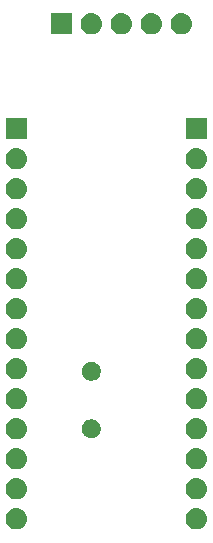
<source format=gbr>
G04 #@! TF.GenerationSoftware,KiCad,Pcbnew,(5.1.0)-1*
G04 #@! TF.CreationDate,2019-09-25T15:25:55+02:00*
G04 #@! TF.ProjectId,atmega328P-flasher,61746d65-6761-4333-9238-502d666c6173,rev?*
G04 #@! TF.SameCoordinates,Original*
G04 #@! TF.FileFunction,Soldermask,Bot*
G04 #@! TF.FilePolarity,Negative*
%FSLAX46Y46*%
G04 Gerber Fmt 4.6, Leading zero omitted, Abs format (unit mm)*
G04 Created by KiCad (PCBNEW (5.1.0)-1) date 2019-09-25 15:25:55*
%MOMM*%
%LPD*%
G04 APERTURE LIST*
%ADD10C,0.100000*%
G04 APERTURE END LIST*
D10*
G36*
X132190442Y-110865518D02*
G01*
X132256627Y-110872037D01*
X132426466Y-110923557D01*
X132582991Y-111007222D01*
X132618729Y-111036552D01*
X132720186Y-111119814D01*
X132803448Y-111221271D01*
X132832778Y-111257009D01*
X132916443Y-111413534D01*
X132967963Y-111583373D01*
X132985359Y-111760000D01*
X132967963Y-111936627D01*
X132916443Y-112106466D01*
X132832778Y-112262991D01*
X132803448Y-112298729D01*
X132720186Y-112400186D01*
X132618729Y-112483448D01*
X132582991Y-112512778D01*
X132426466Y-112596443D01*
X132256627Y-112647963D01*
X132190442Y-112654482D01*
X132124260Y-112661000D01*
X132035740Y-112661000D01*
X131969558Y-112654482D01*
X131903373Y-112647963D01*
X131733534Y-112596443D01*
X131577009Y-112512778D01*
X131541271Y-112483448D01*
X131439814Y-112400186D01*
X131356552Y-112298729D01*
X131327222Y-112262991D01*
X131243557Y-112106466D01*
X131192037Y-111936627D01*
X131174641Y-111760000D01*
X131192037Y-111583373D01*
X131243557Y-111413534D01*
X131327222Y-111257009D01*
X131356552Y-111221271D01*
X131439814Y-111119814D01*
X131541271Y-111036552D01*
X131577009Y-111007222D01*
X131733534Y-110923557D01*
X131903373Y-110872037D01*
X131969558Y-110865518D01*
X132035740Y-110859000D01*
X132124260Y-110859000D01*
X132190442Y-110865518D01*
X132190442Y-110865518D01*
G37*
G36*
X116950442Y-110865518D02*
G01*
X117016627Y-110872037D01*
X117186466Y-110923557D01*
X117342991Y-111007222D01*
X117378729Y-111036552D01*
X117480186Y-111119814D01*
X117563448Y-111221271D01*
X117592778Y-111257009D01*
X117676443Y-111413534D01*
X117727963Y-111583373D01*
X117745359Y-111760000D01*
X117727963Y-111936627D01*
X117676443Y-112106466D01*
X117592778Y-112262991D01*
X117563448Y-112298729D01*
X117480186Y-112400186D01*
X117378729Y-112483448D01*
X117342991Y-112512778D01*
X117186466Y-112596443D01*
X117016627Y-112647963D01*
X116950442Y-112654482D01*
X116884260Y-112661000D01*
X116795740Y-112661000D01*
X116729558Y-112654482D01*
X116663373Y-112647963D01*
X116493534Y-112596443D01*
X116337009Y-112512778D01*
X116301271Y-112483448D01*
X116199814Y-112400186D01*
X116116552Y-112298729D01*
X116087222Y-112262991D01*
X116003557Y-112106466D01*
X115952037Y-111936627D01*
X115934641Y-111760000D01*
X115952037Y-111583373D01*
X116003557Y-111413534D01*
X116087222Y-111257009D01*
X116116552Y-111221271D01*
X116199814Y-111119814D01*
X116301271Y-111036552D01*
X116337009Y-111007222D01*
X116493534Y-110923557D01*
X116663373Y-110872037D01*
X116729558Y-110865518D01*
X116795740Y-110859000D01*
X116884260Y-110859000D01*
X116950442Y-110865518D01*
X116950442Y-110865518D01*
G37*
G36*
X116950443Y-108325519D02*
G01*
X117016627Y-108332037D01*
X117186466Y-108383557D01*
X117342991Y-108467222D01*
X117378729Y-108496552D01*
X117480186Y-108579814D01*
X117563448Y-108681271D01*
X117592778Y-108717009D01*
X117676443Y-108873534D01*
X117727963Y-109043373D01*
X117745359Y-109220000D01*
X117727963Y-109396627D01*
X117676443Y-109566466D01*
X117592778Y-109722991D01*
X117563448Y-109758729D01*
X117480186Y-109860186D01*
X117378729Y-109943448D01*
X117342991Y-109972778D01*
X117186466Y-110056443D01*
X117016627Y-110107963D01*
X116950443Y-110114481D01*
X116884260Y-110121000D01*
X116795740Y-110121000D01*
X116729557Y-110114481D01*
X116663373Y-110107963D01*
X116493534Y-110056443D01*
X116337009Y-109972778D01*
X116301271Y-109943448D01*
X116199814Y-109860186D01*
X116116552Y-109758729D01*
X116087222Y-109722991D01*
X116003557Y-109566466D01*
X115952037Y-109396627D01*
X115934641Y-109220000D01*
X115952037Y-109043373D01*
X116003557Y-108873534D01*
X116087222Y-108717009D01*
X116116552Y-108681271D01*
X116199814Y-108579814D01*
X116301271Y-108496552D01*
X116337009Y-108467222D01*
X116493534Y-108383557D01*
X116663373Y-108332037D01*
X116729557Y-108325519D01*
X116795740Y-108319000D01*
X116884260Y-108319000D01*
X116950443Y-108325519D01*
X116950443Y-108325519D01*
G37*
G36*
X132190443Y-108325519D02*
G01*
X132256627Y-108332037D01*
X132426466Y-108383557D01*
X132582991Y-108467222D01*
X132618729Y-108496552D01*
X132720186Y-108579814D01*
X132803448Y-108681271D01*
X132832778Y-108717009D01*
X132916443Y-108873534D01*
X132967963Y-109043373D01*
X132985359Y-109220000D01*
X132967963Y-109396627D01*
X132916443Y-109566466D01*
X132832778Y-109722991D01*
X132803448Y-109758729D01*
X132720186Y-109860186D01*
X132618729Y-109943448D01*
X132582991Y-109972778D01*
X132426466Y-110056443D01*
X132256627Y-110107963D01*
X132190443Y-110114481D01*
X132124260Y-110121000D01*
X132035740Y-110121000D01*
X131969557Y-110114481D01*
X131903373Y-110107963D01*
X131733534Y-110056443D01*
X131577009Y-109972778D01*
X131541271Y-109943448D01*
X131439814Y-109860186D01*
X131356552Y-109758729D01*
X131327222Y-109722991D01*
X131243557Y-109566466D01*
X131192037Y-109396627D01*
X131174641Y-109220000D01*
X131192037Y-109043373D01*
X131243557Y-108873534D01*
X131327222Y-108717009D01*
X131356552Y-108681271D01*
X131439814Y-108579814D01*
X131541271Y-108496552D01*
X131577009Y-108467222D01*
X131733534Y-108383557D01*
X131903373Y-108332037D01*
X131969557Y-108325519D01*
X132035740Y-108319000D01*
X132124260Y-108319000D01*
X132190443Y-108325519D01*
X132190443Y-108325519D01*
G37*
G36*
X132190443Y-105785519D02*
G01*
X132256627Y-105792037D01*
X132426466Y-105843557D01*
X132582991Y-105927222D01*
X132618729Y-105956552D01*
X132720186Y-106039814D01*
X132803448Y-106141271D01*
X132832778Y-106177009D01*
X132916443Y-106333534D01*
X132967963Y-106503373D01*
X132985359Y-106680000D01*
X132967963Y-106856627D01*
X132916443Y-107026466D01*
X132832778Y-107182991D01*
X132803448Y-107218729D01*
X132720186Y-107320186D01*
X132618729Y-107403448D01*
X132582991Y-107432778D01*
X132426466Y-107516443D01*
X132256627Y-107567963D01*
X132190443Y-107574481D01*
X132124260Y-107581000D01*
X132035740Y-107581000D01*
X131969557Y-107574481D01*
X131903373Y-107567963D01*
X131733534Y-107516443D01*
X131577009Y-107432778D01*
X131541271Y-107403448D01*
X131439814Y-107320186D01*
X131356552Y-107218729D01*
X131327222Y-107182991D01*
X131243557Y-107026466D01*
X131192037Y-106856627D01*
X131174641Y-106680000D01*
X131192037Y-106503373D01*
X131243557Y-106333534D01*
X131327222Y-106177009D01*
X131356552Y-106141271D01*
X131439814Y-106039814D01*
X131541271Y-105956552D01*
X131577009Y-105927222D01*
X131733534Y-105843557D01*
X131903373Y-105792037D01*
X131969557Y-105785519D01*
X132035740Y-105779000D01*
X132124260Y-105779000D01*
X132190443Y-105785519D01*
X132190443Y-105785519D01*
G37*
G36*
X116950443Y-105785519D02*
G01*
X117016627Y-105792037D01*
X117186466Y-105843557D01*
X117342991Y-105927222D01*
X117378729Y-105956552D01*
X117480186Y-106039814D01*
X117563448Y-106141271D01*
X117592778Y-106177009D01*
X117676443Y-106333534D01*
X117727963Y-106503373D01*
X117745359Y-106680000D01*
X117727963Y-106856627D01*
X117676443Y-107026466D01*
X117592778Y-107182991D01*
X117563448Y-107218729D01*
X117480186Y-107320186D01*
X117378729Y-107403448D01*
X117342991Y-107432778D01*
X117186466Y-107516443D01*
X117016627Y-107567963D01*
X116950443Y-107574481D01*
X116884260Y-107581000D01*
X116795740Y-107581000D01*
X116729557Y-107574481D01*
X116663373Y-107567963D01*
X116493534Y-107516443D01*
X116337009Y-107432778D01*
X116301271Y-107403448D01*
X116199814Y-107320186D01*
X116116552Y-107218729D01*
X116087222Y-107182991D01*
X116003557Y-107026466D01*
X115952037Y-106856627D01*
X115934641Y-106680000D01*
X115952037Y-106503373D01*
X116003557Y-106333534D01*
X116087222Y-106177009D01*
X116116552Y-106141271D01*
X116199814Y-106039814D01*
X116301271Y-105956552D01*
X116337009Y-105927222D01*
X116493534Y-105843557D01*
X116663373Y-105792037D01*
X116729557Y-105785519D01*
X116795740Y-105779000D01*
X116884260Y-105779000D01*
X116950443Y-105785519D01*
X116950443Y-105785519D01*
G37*
G36*
X132190443Y-103245519D02*
G01*
X132256627Y-103252037D01*
X132426466Y-103303557D01*
X132582991Y-103387222D01*
X132618729Y-103416552D01*
X132720186Y-103499814D01*
X132803448Y-103601271D01*
X132832778Y-103637009D01*
X132916443Y-103793534D01*
X132967963Y-103963373D01*
X132985359Y-104140000D01*
X132967963Y-104316627D01*
X132916443Y-104486466D01*
X132832778Y-104642991D01*
X132803448Y-104678729D01*
X132720186Y-104780186D01*
X132618729Y-104863448D01*
X132582991Y-104892778D01*
X132426466Y-104976443D01*
X132256627Y-105027963D01*
X132190442Y-105034482D01*
X132124260Y-105041000D01*
X132035740Y-105041000D01*
X131969557Y-105034481D01*
X131903373Y-105027963D01*
X131733534Y-104976443D01*
X131577009Y-104892778D01*
X131541271Y-104863448D01*
X131439814Y-104780186D01*
X131356552Y-104678729D01*
X131327222Y-104642991D01*
X131243557Y-104486466D01*
X131192037Y-104316627D01*
X131174641Y-104140000D01*
X131192037Y-103963373D01*
X131243557Y-103793534D01*
X131327222Y-103637009D01*
X131356552Y-103601271D01*
X131439814Y-103499814D01*
X131541271Y-103416552D01*
X131577009Y-103387222D01*
X131733534Y-103303557D01*
X131903373Y-103252037D01*
X131969558Y-103245518D01*
X132035740Y-103239000D01*
X132124260Y-103239000D01*
X132190443Y-103245519D01*
X132190443Y-103245519D01*
G37*
G36*
X116950443Y-103245519D02*
G01*
X117016627Y-103252037D01*
X117186466Y-103303557D01*
X117342991Y-103387222D01*
X117378729Y-103416552D01*
X117480186Y-103499814D01*
X117563448Y-103601271D01*
X117592778Y-103637009D01*
X117676443Y-103793534D01*
X117727963Y-103963373D01*
X117745359Y-104140000D01*
X117727963Y-104316627D01*
X117676443Y-104486466D01*
X117592778Y-104642991D01*
X117563448Y-104678729D01*
X117480186Y-104780186D01*
X117378729Y-104863448D01*
X117342991Y-104892778D01*
X117186466Y-104976443D01*
X117016627Y-105027963D01*
X116950442Y-105034482D01*
X116884260Y-105041000D01*
X116795740Y-105041000D01*
X116729557Y-105034481D01*
X116663373Y-105027963D01*
X116493534Y-104976443D01*
X116337009Y-104892778D01*
X116301271Y-104863448D01*
X116199814Y-104780186D01*
X116116552Y-104678729D01*
X116087222Y-104642991D01*
X116003557Y-104486466D01*
X115952037Y-104316627D01*
X115934641Y-104140000D01*
X115952037Y-103963373D01*
X116003557Y-103793534D01*
X116087222Y-103637009D01*
X116116552Y-103601271D01*
X116199814Y-103499814D01*
X116301271Y-103416552D01*
X116337009Y-103387222D01*
X116493534Y-103303557D01*
X116663373Y-103252037D01*
X116729558Y-103245518D01*
X116795740Y-103239000D01*
X116884260Y-103239000D01*
X116950443Y-103245519D01*
X116950443Y-103245519D01*
G37*
G36*
X123423642Y-103369781D02*
G01*
X123569414Y-103430162D01*
X123569416Y-103430163D01*
X123700608Y-103517822D01*
X123812178Y-103629392D01*
X123899837Y-103760584D01*
X123899838Y-103760586D01*
X123960219Y-103906358D01*
X123991000Y-104061107D01*
X123991000Y-104218893D01*
X123960219Y-104373642D01*
X123899838Y-104519414D01*
X123899837Y-104519416D01*
X123812178Y-104650608D01*
X123700608Y-104762178D01*
X123569416Y-104849837D01*
X123569415Y-104849838D01*
X123569414Y-104849838D01*
X123423642Y-104910219D01*
X123268893Y-104941000D01*
X123111107Y-104941000D01*
X122956358Y-104910219D01*
X122810586Y-104849838D01*
X122810585Y-104849838D01*
X122810584Y-104849837D01*
X122679392Y-104762178D01*
X122567822Y-104650608D01*
X122480163Y-104519416D01*
X122480162Y-104519414D01*
X122419781Y-104373642D01*
X122389000Y-104218893D01*
X122389000Y-104061107D01*
X122419781Y-103906358D01*
X122480162Y-103760586D01*
X122480163Y-103760584D01*
X122567822Y-103629392D01*
X122679392Y-103517822D01*
X122810584Y-103430163D01*
X122810586Y-103430162D01*
X122956358Y-103369781D01*
X123111107Y-103339000D01*
X123268893Y-103339000D01*
X123423642Y-103369781D01*
X123423642Y-103369781D01*
G37*
G36*
X132190443Y-100705519D02*
G01*
X132256627Y-100712037D01*
X132426466Y-100763557D01*
X132582991Y-100847222D01*
X132618729Y-100876552D01*
X132720186Y-100959814D01*
X132803448Y-101061271D01*
X132832778Y-101097009D01*
X132916443Y-101253534D01*
X132967963Y-101423373D01*
X132985359Y-101600000D01*
X132967963Y-101776627D01*
X132916443Y-101946466D01*
X132832778Y-102102991D01*
X132803448Y-102138729D01*
X132720186Y-102240186D01*
X132618729Y-102323448D01*
X132582991Y-102352778D01*
X132426466Y-102436443D01*
X132256627Y-102487963D01*
X132190442Y-102494482D01*
X132124260Y-102501000D01*
X132035740Y-102501000D01*
X131969558Y-102494482D01*
X131903373Y-102487963D01*
X131733534Y-102436443D01*
X131577009Y-102352778D01*
X131541271Y-102323448D01*
X131439814Y-102240186D01*
X131356552Y-102138729D01*
X131327222Y-102102991D01*
X131243557Y-101946466D01*
X131192037Y-101776627D01*
X131174641Y-101600000D01*
X131192037Y-101423373D01*
X131243557Y-101253534D01*
X131327222Y-101097009D01*
X131356552Y-101061271D01*
X131439814Y-100959814D01*
X131541271Y-100876552D01*
X131577009Y-100847222D01*
X131733534Y-100763557D01*
X131903373Y-100712037D01*
X131969557Y-100705519D01*
X132035740Y-100699000D01*
X132124260Y-100699000D01*
X132190443Y-100705519D01*
X132190443Y-100705519D01*
G37*
G36*
X116950443Y-100705519D02*
G01*
X117016627Y-100712037D01*
X117186466Y-100763557D01*
X117342991Y-100847222D01*
X117378729Y-100876552D01*
X117480186Y-100959814D01*
X117563448Y-101061271D01*
X117592778Y-101097009D01*
X117676443Y-101253534D01*
X117727963Y-101423373D01*
X117745359Y-101600000D01*
X117727963Y-101776627D01*
X117676443Y-101946466D01*
X117592778Y-102102991D01*
X117563448Y-102138729D01*
X117480186Y-102240186D01*
X117378729Y-102323448D01*
X117342991Y-102352778D01*
X117186466Y-102436443D01*
X117016627Y-102487963D01*
X116950442Y-102494482D01*
X116884260Y-102501000D01*
X116795740Y-102501000D01*
X116729558Y-102494482D01*
X116663373Y-102487963D01*
X116493534Y-102436443D01*
X116337009Y-102352778D01*
X116301271Y-102323448D01*
X116199814Y-102240186D01*
X116116552Y-102138729D01*
X116087222Y-102102991D01*
X116003557Y-101946466D01*
X115952037Y-101776627D01*
X115934641Y-101600000D01*
X115952037Y-101423373D01*
X116003557Y-101253534D01*
X116087222Y-101097009D01*
X116116552Y-101061271D01*
X116199814Y-100959814D01*
X116301271Y-100876552D01*
X116337009Y-100847222D01*
X116493534Y-100763557D01*
X116663373Y-100712037D01*
X116729557Y-100705519D01*
X116795740Y-100699000D01*
X116884260Y-100699000D01*
X116950443Y-100705519D01*
X116950443Y-100705519D01*
G37*
G36*
X123423642Y-98489781D02*
G01*
X123569414Y-98550162D01*
X123569416Y-98550163D01*
X123700608Y-98637822D01*
X123812178Y-98749392D01*
X123899837Y-98880584D01*
X123899838Y-98880586D01*
X123960219Y-99026358D01*
X123991000Y-99181107D01*
X123991000Y-99338893D01*
X123960219Y-99493642D01*
X123899838Y-99639414D01*
X123899837Y-99639416D01*
X123812178Y-99770608D01*
X123700608Y-99882178D01*
X123569416Y-99969837D01*
X123569415Y-99969838D01*
X123569414Y-99969838D01*
X123423642Y-100030219D01*
X123268893Y-100061000D01*
X123111107Y-100061000D01*
X122956358Y-100030219D01*
X122810586Y-99969838D01*
X122810585Y-99969838D01*
X122810584Y-99969837D01*
X122679392Y-99882178D01*
X122567822Y-99770608D01*
X122480163Y-99639416D01*
X122480162Y-99639414D01*
X122419781Y-99493642D01*
X122389000Y-99338893D01*
X122389000Y-99181107D01*
X122419781Y-99026358D01*
X122480162Y-98880586D01*
X122480163Y-98880584D01*
X122567822Y-98749392D01*
X122679392Y-98637822D01*
X122810584Y-98550163D01*
X122810586Y-98550162D01*
X122956358Y-98489781D01*
X123111107Y-98459000D01*
X123268893Y-98459000D01*
X123423642Y-98489781D01*
X123423642Y-98489781D01*
G37*
G36*
X132190443Y-98165519D02*
G01*
X132256627Y-98172037D01*
X132426466Y-98223557D01*
X132582991Y-98307222D01*
X132618729Y-98336552D01*
X132720186Y-98419814D01*
X132777606Y-98489782D01*
X132832778Y-98557009D01*
X132916443Y-98713534D01*
X132967963Y-98883373D01*
X132985359Y-99060000D01*
X132967963Y-99236627D01*
X132916443Y-99406466D01*
X132832778Y-99562991D01*
X132803448Y-99598729D01*
X132720186Y-99700186D01*
X132634376Y-99770607D01*
X132582991Y-99812778D01*
X132426466Y-99896443D01*
X132256627Y-99947963D01*
X132190443Y-99954481D01*
X132124260Y-99961000D01*
X132035740Y-99961000D01*
X131969557Y-99954481D01*
X131903373Y-99947963D01*
X131733534Y-99896443D01*
X131577009Y-99812778D01*
X131525624Y-99770607D01*
X131439814Y-99700186D01*
X131356552Y-99598729D01*
X131327222Y-99562991D01*
X131243557Y-99406466D01*
X131192037Y-99236627D01*
X131174641Y-99060000D01*
X131192037Y-98883373D01*
X131243557Y-98713534D01*
X131327222Y-98557009D01*
X131382394Y-98489782D01*
X131439814Y-98419814D01*
X131541271Y-98336552D01*
X131577009Y-98307222D01*
X131733534Y-98223557D01*
X131903373Y-98172037D01*
X131969557Y-98165519D01*
X132035740Y-98159000D01*
X132124260Y-98159000D01*
X132190443Y-98165519D01*
X132190443Y-98165519D01*
G37*
G36*
X116950443Y-98165519D02*
G01*
X117016627Y-98172037D01*
X117186466Y-98223557D01*
X117342991Y-98307222D01*
X117378729Y-98336552D01*
X117480186Y-98419814D01*
X117537606Y-98489782D01*
X117592778Y-98557009D01*
X117676443Y-98713534D01*
X117727963Y-98883373D01*
X117745359Y-99060000D01*
X117727963Y-99236627D01*
X117676443Y-99406466D01*
X117592778Y-99562991D01*
X117563448Y-99598729D01*
X117480186Y-99700186D01*
X117394376Y-99770607D01*
X117342991Y-99812778D01*
X117186466Y-99896443D01*
X117016627Y-99947963D01*
X116950443Y-99954481D01*
X116884260Y-99961000D01*
X116795740Y-99961000D01*
X116729557Y-99954481D01*
X116663373Y-99947963D01*
X116493534Y-99896443D01*
X116337009Y-99812778D01*
X116285624Y-99770607D01*
X116199814Y-99700186D01*
X116116552Y-99598729D01*
X116087222Y-99562991D01*
X116003557Y-99406466D01*
X115952037Y-99236627D01*
X115934641Y-99060000D01*
X115952037Y-98883373D01*
X116003557Y-98713534D01*
X116087222Y-98557009D01*
X116142394Y-98489782D01*
X116199814Y-98419814D01*
X116301271Y-98336552D01*
X116337009Y-98307222D01*
X116493534Y-98223557D01*
X116663373Y-98172037D01*
X116729557Y-98165519D01*
X116795740Y-98159000D01*
X116884260Y-98159000D01*
X116950443Y-98165519D01*
X116950443Y-98165519D01*
G37*
G36*
X116950442Y-95625518D02*
G01*
X117016627Y-95632037D01*
X117186466Y-95683557D01*
X117342991Y-95767222D01*
X117378729Y-95796552D01*
X117480186Y-95879814D01*
X117563448Y-95981271D01*
X117592778Y-96017009D01*
X117676443Y-96173534D01*
X117727963Y-96343373D01*
X117745359Y-96520000D01*
X117727963Y-96696627D01*
X117676443Y-96866466D01*
X117592778Y-97022991D01*
X117563448Y-97058729D01*
X117480186Y-97160186D01*
X117378729Y-97243448D01*
X117342991Y-97272778D01*
X117186466Y-97356443D01*
X117016627Y-97407963D01*
X116950442Y-97414482D01*
X116884260Y-97421000D01*
X116795740Y-97421000D01*
X116729558Y-97414482D01*
X116663373Y-97407963D01*
X116493534Y-97356443D01*
X116337009Y-97272778D01*
X116301271Y-97243448D01*
X116199814Y-97160186D01*
X116116552Y-97058729D01*
X116087222Y-97022991D01*
X116003557Y-96866466D01*
X115952037Y-96696627D01*
X115934641Y-96520000D01*
X115952037Y-96343373D01*
X116003557Y-96173534D01*
X116087222Y-96017009D01*
X116116552Y-95981271D01*
X116199814Y-95879814D01*
X116301271Y-95796552D01*
X116337009Y-95767222D01*
X116493534Y-95683557D01*
X116663373Y-95632037D01*
X116729558Y-95625518D01*
X116795740Y-95619000D01*
X116884260Y-95619000D01*
X116950442Y-95625518D01*
X116950442Y-95625518D01*
G37*
G36*
X132190442Y-95625518D02*
G01*
X132256627Y-95632037D01*
X132426466Y-95683557D01*
X132582991Y-95767222D01*
X132618729Y-95796552D01*
X132720186Y-95879814D01*
X132803448Y-95981271D01*
X132832778Y-96017009D01*
X132916443Y-96173534D01*
X132967963Y-96343373D01*
X132985359Y-96520000D01*
X132967963Y-96696627D01*
X132916443Y-96866466D01*
X132832778Y-97022991D01*
X132803448Y-97058729D01*
X132720186Y-97160186D01*
X132618729Y-97243448D01*
X132582991Y-97272778D01*
X132426466Y-97356443D01*
X132256627Y-97407963D01*
X132190442Y-97414482D01*
X132124260Y-97421000D01*
X132035740Y-97421000D01*
X131969558Y-97414482D01*
X131903373Y-97407963D01*
X131733534Y-97356443D01*
X131577009Y-97272778D01*
X131541271Y-97243448D01*
X131439814Y-97160186D01*
X131356552Y-97058729D01*
X131327222Y-97022991D01*
X131243557Y-96866466D01*
X131192037Y-96696627D01*
X131174641Y-96520000D01*
X131192037Y-96343373D01*
X131243557Y-96173534D01*
X131327222Y-96017009D01*
X131356552Y-95981271D01*
X131439814Y-95879814D01*
X131541271Y-95796552D01*
X131577009Y-95767222D01*
X131733534Y-95683557D01*
X131903373Y-95632037D01*
X131969558Y-95625518D01*
X132035740Y-95619000D01*
X132124260Y-95619000D01*
X132190442Y-95625518D01*
X132190442Y-95625518D01*
G37*
G36*
X132190443Y-93085519D02*
G01*
X132256627Y-93092037D01*
X132426466Y-93143557D01*
X132582991Y-93227222D01*
X132618729Y-93256552D01*
X132720186Y-93339814D01*
X132803448Y-93441271D01*
X132832778Y-93477009D01*
X132916443Y-93633534D01*
X132967963Y-93803373D01*
X132985359Y-93980000D01*
X132967963Y-94156627D01*
X132916443Y-94326466D01*
X132832778Y-94482991D01*
X132803448Y-94518729D01*
X132720186Y-94620186D01*
X132618729Y-94703448D01*
X132582991Y-94732778D01*
X132426466Y-94816443D01*
X132256627Y-94867963D01*
X132190443Y-94874481D01*
X132124260Y-94881000D01*
X132035740Y-94881000D01*
X131969557Y-94874481D01*
X131903373Y-94867963D01*
X131733534Y-94816443D01*
X131577009Y-94732778D01*
X131541271Y-94703448D01*
X131439814Y-94620186D01*
X131356552Y-94518729D01*
X131327222Y-94482991D01*
X131243557Y-94326466D01*
X131192037Y-94156627D01*
X131174641Y-93980000D01*
X131192037Y-93803373D01*
X131243557Y-93633534D01*
X131327222Y-93477009D01*
X131356552Y-93441271D01*
X131439814Y-93339814D01*
X131541271Y-93256552D01*
X131577009Y-93227222D01*
X131733534Y-93143557D01*
X131903373Y-93092037D01*
X131969557Y-93085519D01*
X132035740Y-93079000D01*
X132124260Y-93079000D01*
X132190443Y-93085519D01*
X132190443Y-93085519D01*
G37*
G36*
X116950443Y-93085519D02*
G01*
X117016627Y-93092037D01*
X117186466Y-93143557D01*
X117342991Y-93227222D01*
X117378729Y-93256552D01*
X117480186Y-93339814D01*
X117563448Y-93441271D01*
X117592778Y-93477009D01*
X117676443Y-93633534D01*
X117727963Y-93803373D01*
X117745359Y-93980000D01*
X117727963Y-94156627D01*
X117676443Y-94326466D01*
X117592778Y-94482991D01*
X117563448Y-94518729D01*
X117480186Y-94620186D01*
X117378729Y-94703448D01*
X117342991Y-94732778D01*
X117186466Y-94816443D01*
X117016627Y-94867963D01*
X116950443Y-94874481D01*
X116884260Y-94881000D01*
X116795740Y-94881000D01*
X116729557Y-94874481D01*
X116663373Y-94867963D01*
X116493534Y-94816443D01*
X116337009Y-94732778D01*
X116301271Y-94703448D01*
X116199814Y-94620186D01*
X116116552Y-94518729D01*
X116087222Y-94482991D01*
X116003557Y-94326466D01*
X115952037Y-94156627D01*
X115934641Y-93980000D01*
X115952037Y-93803373D01*
X116003557Y-93633534D01*
X116087222Y-93477009D01*
X116116552Y-93441271D01*
X116199814Y-93339814D01*
X116301271Y-93256552D01*
X116337009Y-93227222D01*
X116493534Y-93143557D01*
X116663373Y-93092037D01*
X116729557Y-93085519D01*
X116795740Y-93079000D01*
X116884260Y-93079000D01*
X116950443Y-93085519D01*
X116950443Y-93085519D01*
G37*
G36*
X132190443Y-90545519D02*
G01*
X132256627Y-90552037D01*
X132426466Y-90603557D01*
X132582991Y-90687222D01*
X132618729Y-90716552D01*
X132720186Y-90799814D01*
X132803448Y-90901271D01*
X132832778Y-90937009D01*
X132916443Y-91093534D01*
X132967963Y-91263373D01*
X132985359Y-91440000D01*
X132967963Y-91616627D01*
X132916443Y-91786466D01*
X132832778Y-91942991D01*
X132803448Y-91978729D01*
X132720186Y-92080186D01*
X132618729Y-92163448D01*
X132582991Y-92192778D01*
X132426466Y-92276443D01*
X132256627Y-92327963D01*
X132190443Y-92334481D01*
X132124260Y-92341000D01*
X132035740Y-92341000D01*
X131969557Y-92334481D01*
X131903373Y-92327963D01*
X131733534Y-92276443D01*
X131577009Y-92192778D01*
X131541271Y-92163448D01*
X131439814Y-92080186D01*
X131356552Y-91978729D01*
X131327222Y-91942991D01*
X131243557Y-91786466D01*
X131192037Y-91616627D01*
X131174641Y-91440000D01*
X131192037Y-91263373D01*
X131243557Y-91093534D01*
X131327222Y-90937009D01*
X131356552Y-90901271D01*
X131439814Y-90799814D01*
X131541271Y-90716552D01*
X131577009Y-90687222D01*
X131733534Y-90603557D01*
X131903373Y-90552037D01*
X131969557Y-90545519D01*
X132035740Y-90539000D01*
X132124260Y-90539000D01*
X132190443Y-90545519D01*
X132190443Y-90545519D01*
G37*
G36*
X116950443Y-90545519D02*
G01*
X117016627Y-90552037D01*
X117186466Y-90603557D01*
X117342991Y-90687222D01*
X117378729Y-90716552D01*
X117480186Y-90799814D01*
X117563448Y-90901271D01*
X117592778Y-90937009D01*
X117676443Y-91093534D01*
X117727963Y-91263373D01*
X117745359Y-91440000D01*
X117727963Y-91616627D01*
X117676443Y-91786466D01*
X117592778Y-91942991D01*
X117563448Y-91978729D01*
X117480186Y-92080186D01*
X117378729Y-92163448D01*
X117342991Y-92192778D01*
X117186466Y-92276443D01*
X117016627Y-92327963D01*
X116950443Y-92334481D01*
X116884260Y-92341000D01*
X116795740Y-92341000D01*
X116729557Y-92334481D01*
X116663373Y-92327963D01*
X116493534Y-92276443D01*
X116337009Y-92192778D01*
X116301271Y-92163448D01*
X116199814Y-92080186D01*
X116116552Y-91978729D01*
X116087222Y-91942991D01*
X116003557Y-91786466D01*
X115952037Y-91616627D01*
X115934641Y-91440000D01*
X115952037Y-91263373D01*
X116003557Y-91093534D01*
X116087222Y-90937009D01*
X116116552Y-90901271D01*
X116199814Y-90799814D01*
X116301271Y-90716552D01*
X116337009Y-90687222D01*
X116493534Y-90603557D01*
X116663373Y-90552037D01*
X116729557Y-90545519D01*
X116795740Y-90539000D01*
X116884260Y-90539000D01*
X116950443Y-90545519D01*
X116950443Y-90545519D01*
G37*
G36*
X116950443Y-88005519D02*
G01*
X117016627Y-88012037D01*
X117186466Y-88063557D01*
X117342991Y-88147222D01*
X117378729Y-88176552D01*
X117480186Y-88259814D01*
X117563448Y-88361271D01*
X117592778Y-88397009D01*
X117676443Y-88553534D01*
X117727963Y-88723373D01*
X117745359Y-88900000D01*
X117727963Y-89076627D01*
X117676443Y-89246466D01*
X117592778Y-89402991D01*
X117563448Y-89438729D01*
X117480186Y-89540186D01*
X117378729Y-89623448D01*
X117342991Y-89652778D01*
X117186466Y-89736443D01*
X117016627Y-89787963D01*
X116950443Y-89794481D01*
X116884260Y-89801000D01*
X116795740Y-89801000D01*
X116729557Y-89794481D01*
X116663373Y-89787963D01*
X116493534Y-89736443D01*
X116337009Y-89652778D01*
X116301271Y-89623448D01*
X116199814Y-89540186D01*
X116116552Y-89438729D01*
X116087222Y-89402991D01*
X116003557Y-89246466D01*
X115952037Y-89076627D01*
X115934641Y-88900000D01*
X115952037Y-88723373D01*
X116003557Y-88553534D01*
X116087222Y-88397009D01*
X116116552Y-88361271D01*
X116199814Y-88259814D01*
X116301271Y-88176552D01*
X116337009Y-88147222D01*
X116493534Y-88063557D01*
X116663373Y-88012037D01*
X116729557Y-88005519D01*
X116795740Y-87999000D01*
X116884260Y-87999000D01*
X116950443Y-88005519D01*
X116950443Y-88005519D01*
G37*
G36*
X132190443Y-88005519D02*
G01*
X132256627Y-88012037D01*
X132426466Y-88063557D01*
X132582991Y-88147222D01*
X132618729Y-88176552D01*
X132720186Y-88259814D01*
X132803448Y-88361271D01*
X132832778Y-88397009D01*
X132916443Y-88553534D01*
X132967963Y-88723373D01*
X132985359Y-88900000D01*
X132967963Y-89076627D01*
X132916443Y-89246466D01*
X132832778Y-89402991D01*
X132803448Y-89438729D01*
X132720186Y-89540186D01*
X132618729Y-89623448D01*
X132582991Y-89652778D01*
X132426466Y-89736443D01*
X132256627Y-89787963D01*
X132190443Y-89794481D01*
X132124260Y-89801000D01*
X132035740Y-89801000D01*
X131969557Y-89794481D01*
X131903373Y-89787963D01*
X131733534Y-89736443D01*
X131577009Y-89652778D01*
X131541271Y-89623448D01*
X131439814Y-89540186D01*
X131356552Y-89438729D01*
X131327222Y-89402991D01*
X131243557Y-89246466D01*
X131192037Y-89076627D01*
X131174641Y-88900000D01*
X131192037Y-88723373D01*
X131243557Y-88553534D01*
X131327222Y-88397009D01*
X131356552Y-88361271D01*
X131439814Y-88259814D01*
X131541271Y-88176552D01*
X131577009Y-88147222D01*
X131733534Y-88063557D01*
X131903373Y-88012037D01*
X131969557Y-88005519D01*
X132035740Y-87999000D01*
X132124260Y-87999000D01*
X132190443Y-88005519D01*
X132190443Y-88005519D01*
G37*
G36*
X116950442Y-85465518D02*
G01*
X117016627Y-85472037D01*
X117186466Y-85523557D01*
X117342991Y-85607222D01*
X117378729Y-85636552D01*
X117480186Y-85719814D01*
X117563448Y-85821271D01*
X117592778Y-85857009D01*
X117676443Y-86013534D01*
X117727963Y-86183373D01*
X117745359Y-86360000D01*
X117727963Y-86536627D01*
X117676443Y-86706466D01*
X117592778Y-86862991D01*
X117563448Y-86898729D01*
X117480186Y-87000186D01*
X117378729Y-87083448D01*
X117342991Y-87112778D01*
X117186466Y-87196443D01*
X117016627Y-87247963D01*
X116950442Y-87254482D01*
X116884260Y-87261000D01*
X116795740Y-87261000D01*
X116729558Y-87254482D01*
X116663373Y-87247963D01*
X116493534Y-87196443D01*
X116337009Y-87112778D01*
X116301271Y-87083448D01*
X116199814Y-87000186D01*
X116116552Y-86898729D01*
X116087222Y-86862991D01*
X116003557Y-86706466D01*
X115952037Y-86536627D01*
X115934641Y-86360000D01*
X115952037Y-86183373D01*
X116003557Y-86013534D01*
X116087222Y-85857009D01*
X116116552Y-85821271D01*
X116199814Y-85719814D01*
X116301271Y-85636552D01*
X116337009Y-85607222D01*
X116493534Y-85523557D01*
X116663373Y-85472037D01*
X116729558Y-85465518D01*
X116795740Y-85459000D01*
X116884260Y-85459000D01*
X116950442Y-85465518D01*
X116950442Y-85465518D01*
G37*
G36*
X132190442Y-85465518D02*
G01*
X132256627Y-85472037D01*
X132426466Y-85523557D01*
X132582991Y-85607222D01*
X132618729Y-85636552D01*
X132720186Y-85719814D01*
X132803448Y-85821271D01*
X132832778Y-85857009D01*
X132916443Y-86013534D01*
X132967963Y-86183373D01*
X132985359Y-86360000D01*
X132967963Y-86536627D01*
X132916443Y-86706466D01*
X132832778Y-86862991D01*
X132803448Y-86898729D01*
X132720186Y-87000186D01*
X132618729Y-87083448D01*
X132582991Y-87112778D01*
X132426466Y-87196443D01*
X132256627Y-87247963D01*
X132190442Y-87254482D01*
X132124260Y-87261000D01*
X132035740Y-87261000D01*
X131969558Y-87254482D01*
X131903373Y-87247963D01*
X131733534Y-87196443D01*
X131577009Y-87112778D01*
X131541271Y-87083448D01*
X131439814Y-87000186D01*
X131356552Y-86898729D01*
X131327222Y-86862991D01*
X131243557Y-86706466D01*
X131192037Y-86536627D01*
X131174641Y-86360000D01*
X131192037Y-86183373D01*
X131243557Y-86013534D01*
X131327222Y-85857009D01*
X131356552Y-85821271D01*
X131439814Y-85719814D01*
X131541271Y-85636552D01*
X131577009Y-85607222D01*
X131733534Y-85523557D01*
X131903373Y-85472037D01*
X131969558Y-85465518D01*
X132035740Y-85459000D01*
X132124260Y-85459000D01*
X132190442Y-85465518D01*
X132190442Y-85465518D01*
G37*
G36*
X116950443Y-82925519D02*
G01*
X117016627Y-82932037D01*
X117186466Y-82983557D01*
X117342991Y-83067222D01*
X117378729Y-83096552D01*
X117480186Y-83179814D01*
X117563448Y-83281271D01*
X117592778Y-83317009D01*
X117676443Y-83473534D01*
X117727963Y-83643373D01*
X117745359Y-83820000D01*
X117727963Y-83996627D01*
X117676443Y-84166466D01*
X117592778Y-84322991D01*
X117563448Y-84358729D01*
X117480186Y-84460186D01*
X117378729Y-84543448D01*
X117342991Y-84572778D01*
X117186466Y-84656443D01*
X117016627Y-84707963D01*
X116950443Y-84714481D01*
X116884260Y-84721000D01*
X116795740Y-84721000D01*
X116729557Y-84714481D01*
X116663373Y-84707963D01*
X116493534Y-84656443D01*
X116337009Y-84572778D01*
X116301271Y-84543448D01*
X116199814Y-84460186D01*
X116116552Y-84358729D01*
X116087222Y-84322991D01*
X116003557Y-84166466D01*
X115952037Y-83996627D01*
X115934641Y-83820000D01*
X115952037Y-83643373D01*
X116003557Y-83473534D01*
X116087222Y-83317009D01*
X116116552Y-83281271D01*
X116199814Y-83179814D01*
X116301271Y-83096552D01*
X116337009Y-83067222D01*
X116493534Y-82983557D01*
X116663373Y-82932037D01*
X116729557Y-82925519D01*
X116795740Y-82919000D01*
X116884260Y-82919000D01*
X116950443Y-82925519D01*
X116950443Y-82925519D01*
G37*
G36*
X132190443Y-82925519D02*
G01*
X132256627Y-82932037D01*
X132426466Y-82983557D01*
X132582991Y-83067222D01*
X132618729Y-83096552D01*
X132720186Y-83179814D01*
X132803448Y-83281271D01*
X132832778Y-83317009D01*
X132916443Y-83473534D01*
X132967963Y-83643373D01*
X132985359Y-83820000D01*
X132967963Y-83996627D01*
X132916443Y-84166466D01*
X132832778Y-84322991D01*
X132803448Y-84358729D01*
X132720186Y-84460186D01*
X132618729Y-84543448D01*
X132582991Y-84572778D01*
X132426466Y-84656443D01*
X132256627Y-84707963D01*
X132190443Y-84714481D01*
X132124260Y-84721000D01*
X132035740Y-84721000D01*
X131969557Y-84714481D01*
X131903373Y-84707963D01*
X131733534Y-84656443D01*
X131577009Y-84572778D01*
X131541271Y-84543448D01*
X131439814Y-84460186D01*
X131356552Y-84358729D01*
X131327222Y-84322991D01*
X131243557Y-84166466D01*
X131192037Y-83996627D01*
X131174641Y-83820000D01*
X131192037Y-83643373D01*
X131243557Y-83473534D01*
X131327222Y-83317009D01*
X131356552Y-83281271D01*
X131439814Y-83179814D01*
X131541271Y-83096552D01*
X131577009Y-83067222D01*
X131733534Y-82983557D01*
X131903373Y-82932037D01*
X131969557Y-82925519D01*
X132035740Y-82919000D01*
X132124260Y-82919000D01*
X132190443Y-82925519D01*
X132190443Y-82925519D01*
G37*
G36*
X116950442Y-80385518D02*
G01*
X117016627Y-80392037D01*
X117186466Y-80443557D01*
X117342991Y-80527222D01*
X117378729Y-80556552D01*
X117480186Y-80639814D01*
X117563448Y-80741271D01*
X117592778Y-80777009D01*
X117676443Y-80933534D01*
X117727963Y-81103373D01*
X117745359Y-81280000D01*
X117727963Y-81456627D01*
X117676443Y-81626466D01*
X117592778Y-81782991D01*
X117563448Y-81818729D01*
X117480186Y-81920186D01*
X117378729Y-82003448D01*
X117342991Y-82032778D01*
X117186466Y-82116443D01*
X117016627Y-82167963D01*
X116950443Y-82174481D01*
X116884260Y-82181000D01*
X116795740Y-82181000D01*
X116729557Y-82174481D01*
X116663373Y-82167963D01*
X116493534Y-82116443D01*
X116337009Y-82032778D01*
X116301271Y-82003448D01*
X116199814Y-81920186D01*
X116116552Y-81818729D01*
X116087222Y-81782991D01*
X116003557Y-81626466D01*
X115952037Y-81456627D01*
X115934641Y-81280000D01*
X115952037Y-81103373D01*
X116003557Y-80933534D01*
X116087222Y-80777009D01*
X116116552Y-80741271D01*
X116199814Y-80639814D01*
X116301271Y-80556552D01*
X116337009Y-80527222D01*
X116493534Y-80443557D01*
X116663373Y-80392037D01*
X116729558Y-80385518D01*
X116795740Y-80379000D01*
X116884260Y-80379000D01*
X116950442Y-80385518D01*
X116950442Y-80385518D01*
G37*
G36*
X132190442Y-80385518D02*
G01*
X132256627Y-80392037D01*
X132426466Y-80443557D01*
X132582991Y-80527222D01*
X132618729Y-80556552D01*
X132720186Y-80639814D01*
X132803448Y-80741271D01*
X132832778Y-80777009D01*
X132916443Y-80933534D01*
X132967963Y-81103373D01*
X132985359Y-81280000D01*
X132967963Y-81456627D01*
X132916443Y-81626466D01*
X132832778Y-81782991D01*
X132803448Y-81818729D01*
X132720186Y-81920186D01*
X132618729Y-82003448D01*
X132582991Y-82032778D01*
X132426466Y-82116443D01*
X132256627Y-82167963D01*
X132190443Y-82174481D01*
X132124260Y-82181000D01*
X132035740Y-82181000D01*
X131969557Y-82174481D01*
X131903373Y-82167963D01*
X131733534Y-82116443D01*
X131577009Y-82032778D01*
X131541271Y-82003448D01*
X131439814Y-81920186D01*
X131356552Y-81818729D01*
X131327222Y-81782991D01*
X131243557Y-81626466D01*
X131192037Y-81456627D01*
X131174641Y-81280000D01*
X131192037Y-81103373D01*
X131243557Y-80933534D01*
X131327222Y-80777009D01*
X131356552Y-80741271D01*
X131439814Y-80639814D01*
X131541271Y-80556552D01*
X131577009Y-80527222D01*
X131733534Y-80443557D01*
X131903373Y-80392037D01*
X131969558Y-80385518D01*
X132035740Y-80379000D01*
X132124260Y-80379000D01*
X132190442Y-80385518D01*
X132190442Y-80385518D01*
G37*
G36*
X117741000Y-79641000D02*
G01*
X115939000Y-79641000D01*
X115939000Y-77839000D01*
X117741000Y-77839000D01*
X117741000Y-79641000D01*
X117741000Y-79641000D01*
G37*
G36*
X132981000Y-79641000D02*
G01*
X131179000Y-79641000D01*
X131179000Y-77839000D01*
X132981000Y-77839000D01*
X132981000Y-79641000D01*
X132981000Y-79641000D01*
G37*
G36*
X121551000Y-70751000D02*
G01*
X119749000Y-70751000D01*
X119749000Y-68949000D01*
X121551000Y-68949000D01*
X121551000Y-70751000D01*
X121551000Y-70751000D01*
G37*
G36*
X123300443Y-68955519D02*
G01*
X123366627Y-68962037D01*
X123536466Y-69013557D01*
X123692991Y-69097222D01*
X123728729Y-69126552D01*
X123830186Y-69209814D01*
X123913448Y-69311271D01*
X123942778Y-69347009D01*
X124026443Y-69503534D01*
X124077963Y-69673373D01*
X124095359Y-69850000D01*
X124077963Y-70026627D01*
X124026443Y-70196466D01*
X123942778Y-70352991D01*
X123913448Y-70388729D01*
X123830186Y-70490186D01*
X123728729Y-70573448D01*
X123692991Y-70602778D01*
X123536466Y-70686443D01*
X123366627Y-70737963D01*
X123300443Y-70744481D01*
X123234260Y-70751000D01*
X123145740Y-70751000D01*
X123079557Y-70744481D01*
X123013373Y-70737963D01*
X122843534Y-70686443D01*
X122687009Y-70602778D01*
X122651271Y-70573448D01*
X122549814Y-70490186D01*
X122466552Y-70388729D01*
X122437222Y-70352991D01*
X122353557Y-70196466D01*
X122302037Y-70026627D01*
X122284641Y-69850000D01*
X122302037Y-69673373D01*
X122353557Y-69503534D01*
X122437222Y-69347009D01*
X122466552Y-69311271D01*
X122549814Y-69209814D01*
X122651271Y-69126552D01*
X122687009Y-69097222D01*
X122843534Y-69013557D01*
X123013373Y-68962037D01*
X123079557Y-68955519D01*
X123145740Y-68949000D01*
X123234260Y-68949000D01*
X123300443Y-68955519D01*
X123300443Y-68955519D01*
G37*
G36*
X125840443Y-68955519D02*
G01*
X125906627Y-68962037D01*
X126076466Y-69013557D01*
X126232991Y-69097222D01*
X126268729Y-69126552D01*
X126370186Y-69209814D01*
X126453448Y-69311271D01*
X126482778Y-69347009D01*
X126566443Y-69503534D01*
X126617963Y-69673373D01*
X126635359Y-69850000D01*
X126617963Y-70026627D01*
X126566443Y-70196466D01*
X126482778Y-70352991D01*
X126453448Y-70388729D01*
X126370186Y-70490186D01*
X126268729Y-70573448D01*
X126232991Y-70602778D01*
X126076466Y-70686443D01*
X125906627Y-70737963D01*
X125840443Y-70744481D01*
X125774260Y-70751000D01*
X125685740Y-70751000D01*
X125619557Y-70744481D01*
X125553373Y-70737963D01*
X125383534Y-70686443D01*
X125227009Y-70602778D01*
X125191271Y-70573448D01*
X125089814Y-70490186D01*
X125006552Y-70388729D01*
X124977222Y-70352991D01*
X124893557Y-70196466D01*
X124842037Y-70026627D01*
X124824641Y-69850000D01*
X124842037Y-69673373D01*
X124893557Y-69503534D01*
X124977222Y-69347009D01*
X125006552Y-69311271D01*
X125089814Y-69209814D01*
X125191271Y-69126552D01*
X125227009Y-69097222D01*
X125383534Y-69013557D01*
X125553373Y-68962037D01*
X125619557Y-68955519D01*
X125685740Y-68949000D01*
X125774260Y-68949000D01*
X125840443Y-68955519D01*
X125840443Y-68955519D01*
G37*
G36*
X128380443Y-68955519D02*
G01*
X128446627Y-68962037D01*
X128616466Y-69013557D01*
X128772991Y-69097222D01*
X128808729Y-69126552D01*
X128910186Y-69209814D01*
X128993448Y-69311271D01*
X129022778Y-69347009D01*
X129106443Y-69503534D01*
X129157963Y-69673373D01*
X129175359Y-69850000D01*
X129157963Y-70026627D01*
X129106443Y-70196466D01*
X129022778Y-70352991D01*
X128993448Y-70388729D01*
X128910186Y-70490186D01*
X128808729Y-70573448D01*
X128772991Y-70602778D01*
X128616466Y-70686443D01*
X128446627Y-70737963D01*
X128380443Y-70744481D01*
X128314260Y-70751000D01*
X128225740Y-70751000D01*
X128159557Y-70744481D01*
X128093373Y-70737963D01*
X127923534Y-70686443D01*
X127767009Y-70602778D01*
X127731271Y-70573448D01*
X127629814Y-70490186D01*
X127546552Y-70388729D01*
X127517222Y-70352991D01*
X127433557Y-70196466D01*
X127382037Y-70026627D01*
X127364641Y-69850000D01*
X127382037Y-69673373D01*
X127433557Y-69503534D01*
X127517222Y-69347009D01*
X127546552Y-69311271D01*
X127629814Y-69209814D01*
X127731271Y-69126552D01*
X127767009Y-69097222D01*
X127923534Y-69013557D01*
X128093373Y-68962037D01*
X128159557Y-68955519D01*
X128225740Y-68949000D01*
X128314260Y-68949000D01*
X128380443Y-68955519D01*
X128380443Y-68955519D01*
G37*
G36*
X130920443Y-68955519D02*
G01*
X130986627Y-68962037D01*
X131156466Y-69013557D01*
X131312991Y-69097222D01*
X131348729Y-69126552D01*
X131450186Y-69209814D01*
X131533448Y-69311271D01*
X131562778Y-69347009D01*
X131646443Y-69503534D01*
X131697963Y-69673373D01*
X131715359Y-69850000D01*
X131697963Y-70026627D01*
X131646443Y-70196466D01*
X131562778Y-70352991D01*
X131533448Y-70388729D01*
X131450186Y-70490186D01*
X131348729Y-70573448D01*
X131312991Y-70602778D01*
X131156466Y-70686443D01*
X130986627Y-70737963D01*
X130920443Y-70744481D01*
X130854260Y-70751000D01*
X130765740Y-70751000D01*
X130699557Y-70744481D01*
X130633373Y-70737963D01*
X130463534Y-70686443D01*
X130307009Y-70602778D01*
X130271271Y-70573448D01*
X130169814Y-70490186D01*
X130086552Y-70388729D01*
X130057222Y-70352991D01*
X129973557Y-70196466D01*
X129922037Y-70026627D01*
X129904641Y-69850000D01*
X129922037Y-69673373D01*
X129973557Y-69503534D01*
X130057222Y-69347009D01*
X130086552Y-69311271D01*
X130169814Y-69209814D01*
X130271271Y-69126552D01*
X130307009Y-69097222D01*
X130463534Y-69013557D01*
X130633373Y-68962037D01*
X130699557Y-68955519D01*
X130765740Y-68949000D01*
X130854260Y-68949000D01*
X130920443Y-68955519D01*
X130920443Y-68955519D01*
G37*
M02*

</source>
